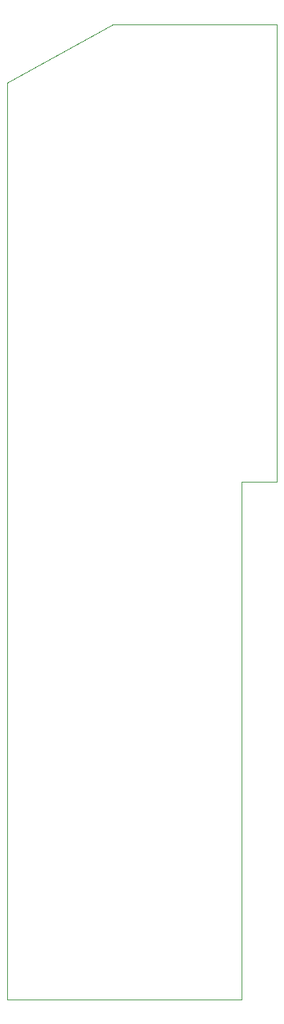
<source format=gbr>
%TF.GenerationSoftware,KiCad,Pcbnew,9.0.2*%
%TF.CreationDate,2025-08-07T20:28:25-04:00*%
%TF.ProjectId,3Dwelderpcbstuff,33447765-6c64-4657-9270-636273747566,rev?*%
%TF.SameCoordinates,Original*%
%TF.FileFunction,Profile,NP*%
%FSLAX46Y46*%
G04 Gerber Fmt 4.6, Leading zero omitted, Abs format (unit mm)*
G04 Created by KiCad (PCBNEW 9.0.2) date 2025-08-07 20:28:25*
%MOMM*%
%LPD*%
G01*
G04 APERTURE LIST*
%TA.AperFunction,Profile*%
%ADD10C,0.050000*%
%TD*%
G04 APERTURE END LIST*
D10*
X154200000Y-85000000D02*
X150000000Y-85000000D01*
X150000000Y-145900000D01*
X122400000Y-145900000D01*
X122400000Y-38000000D01*
X134900000Y-31100000D01*
X154200000Y-31100000D01*
X154200000Y-85000000D01*
M02*

</source>
